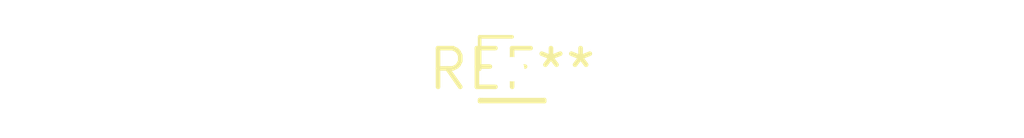
<source format=kicad_pcb>
(kicad_pcb (version 20240108) (generator pcbnew)
  (layers (0 "F.Cu" signal) (31 "B.Cu" signal) (34 "B.Paste" user) (35 "F.Paste" user) (36 "B.SilkS" user "B.Silkscreen") (37 "F.SilkS" user "F.Silkscreen") (38 "B.Mask" user) (39 "F.Mask" user) (44 "Edge.Cuts" user))
  (net 0 "")
  (footprint "PinHeader_1x01_P2.00mm_Vertical" (layer "F.Cu") (at 0 0)
    (property "Reference" "REF**")
    (property "Value" "PinHeader_1x01_P2.00mm_Vertical")
    (fp_line (start -1.06 -1.06) (end 0 -1.06) (layer "F.SilkS") (stroke (width 0.12)))
    (fp_line (start -1.06 0) (end -1.06 -1.06) (layer "F.SilkS") (stroke (width 0.12)))
    (fp_line (start -1.06 1) (end -1.06 1.06) (layer "F.SilkS") (stroke (width 0.12)))
    (fp_line (start -1.06 1) (end 1.06 1) (layer "F.SilkS") (stroke (width 0.12)))
    (fp_line (start -1.06 1.06) (end 1.06 1.06) (layer "F.SilkS") (stroke (width 0.12)))
    (fp_line (start 1.06 1) (end 1.06 1.06) (layer "F.SilkS") (stroke (width 0.12)))
    (pad "1" thru_hole rect (at 0 0) (size 1.35 1.35) (drill 0.8) (layers *.Cu *.Mask) (remove_unused_layers))
  )
)
</source>
